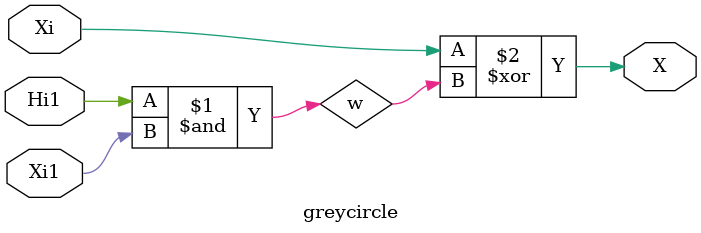
<source format=v>
`timescale 1ns / 1ps


module greycircle(Xi,Hi1,Xi1,X);
input Xi,Hi1,Xi1;
output X;
wire w;
and i4(w,Hi1,Xi1);
xor i5(X,Xi,w);

endmodule

</source>
